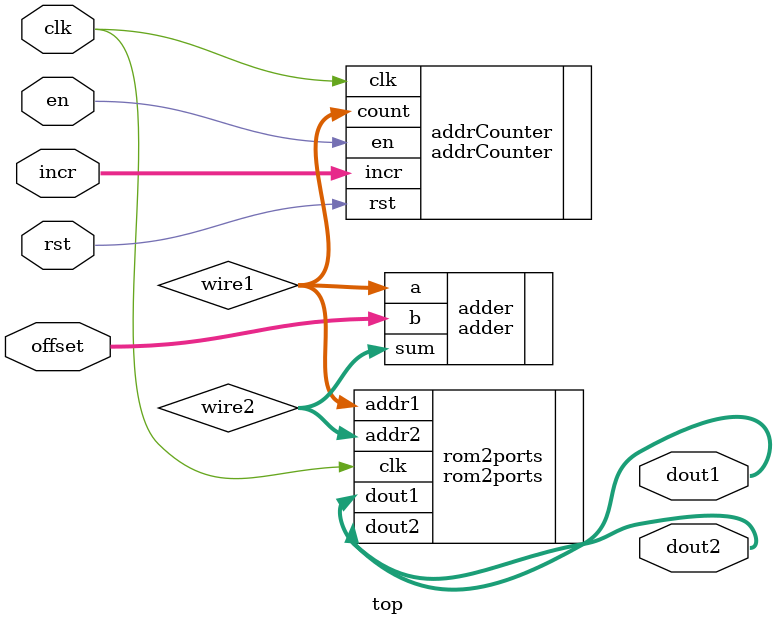
<source format=sv>
module top #(
  parameter A_WIDTH = 8,
  parameter D_WIDTH = 8
)(
  // interface signals
  input  logic             clk,      // clock 
  input  logic             rst,      // reset 
  input  logic             en,       // enable
  input  logic [D_WIDTH-1:0] incr,   // increment for addr counter
  input  logic [D_WIDTH-1:0] offset, // offset
  output logic [D_WIDTH-1:0] dout1,    // output data
  output logic [D_WIDTH-1:0] dout2    // output data
);


  wire  [A_WIDTH-1:0]       wire1;    // interconnect counter and adder/rom
  wire  [A_WIDTH-1:0]       wire2;    // interconnect adder and rom2ports


addrCounter addrCounter (
  .clk (clk),
  .rst (rst),
  .en (en),
  .incr(incr),
  .count(wire1)
);

adder adder(
  .a (wire1),
  .b (offset),
  .sum (wire2)
);

rom2ports rom2ports(
  .clk(clk),
  .addr1(wire1),
  .addr2(wire2),
  .dout1(dout1),
  .dout2(dout2)
);

endmodule
</source>
